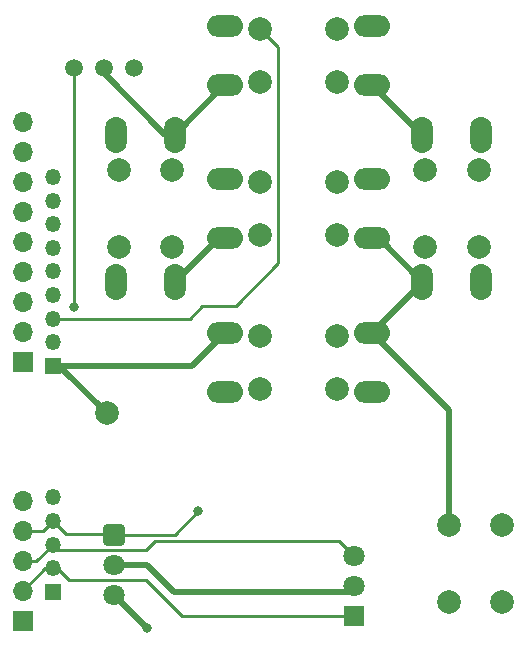
<source format=gbr>
%TF.GenerationSoftware,KiCad,Pcbnew,7.0.1*%
%TF.CreationDate,2023-03-27T01:20:51+09:00*%
%TF.ProjectId,monitor_osd_control,6d6f6e69-746f-4725-9f6f-73645f636f6e,5*%
%TF.SameCoordinates,PX7ab0ef8PY7236868*%
%TF.FileFunction,Copper,L2,Bot*%
%TF.FilePolarity,Positive*%
%FSLAX46Y46*%
G04 Gerber Fmt 4.6, Leading zero omitted, Abs format (unit mm)*
G04 Created by KiCad (PCBNEW 7.0.1) date 2023-03-27 01:20:51*
%MOMM*%
%LPD*%
G01*
G04 APERTURE LIST*
G04 Aperture macros list*
%AMRoundRect*
0 Rectangle with rounded corners*
0 $1 Rounding radius*
0 $2 $3 $4 $5 $6 $7 $8 $9 X,Y pos of 4 corners*
0 Add a 4 corners polygon primitive as box body*
4,1,4,$2,$3,$4,$5,$6,$7,$8,$9,$2,$3,0*
0 Add four circle primitives for the rounded corners*
1,1,$1+$1,$2,$3*
1,1,$1+$1,$4,$5*
1,1,$1+$1,$6,$7*
1,1,$1+$1,$8,$9*
0 Add four rect primitives between the rounded corners*
20,1,$1+$1,$2,$3,$4,$5,0*
20,1,$1+$1,$4,$5,$6,$7,0*
20,1,$1+$1,$6,$7,$8,$9,0*
20,1,$1+$1,$8,$9,$2,$3,0*%
G04 Aperture macros list end*
%TA.AperFunction,ComponentPad*%
%ADD10O,3.048000X1.850000*%
%TD*%
%TA.AperFunction,ComponentPad*%
%ADD11C,2.000000*%
%TD*%
%TA.AperFunction,ComponentPad*%
%ADD12O,1.850000X3.048000*%
%TD*%
%TA.AperFunction,ComponentPad*%
%ADD13RoundRect,0.250200X-0.649800X0.649800X-0.649800X-0.649800X0.649800X-0.649800X0.649800X0.649800X0*%
%TD*%
%TA.AperFunction,ComponentPad*%
%ADD14C,1.800000*%
%TD*%
%TA.AperFunction,ComponentPad*%
%ADD15R,1.800000X1.800000*%
%TD*%
%TA.AperFunction,ComponentPad*%
%ADD16C,1.500000*%
%TD*%
%TA.AperFunction,ComponentPad*%
%ADD17R,1.700000X1.700000*%
%TD*%
%TA.AperFunction,ComponentPad*%
%ADD18O,1.700000X1.700000*%
%TD*%
%TA.AperFunction,ComponentPad*%
%ADD19R,1.350000X1.350000*%
%TD*%
%TA.AperFunction,ComponentPad*%
%ADD20O,1.350000X1.350000*%
%TD*%
%TA.AperFunction,ViaPad*%
%ADD21C,0.800000*%
%TD*%
%TA.AperFunction,Conductor*%
%ADD22C,0.250000*%
%TD*%
%TA.AperFunction,Conductor*%
%ADD23C,0.500000*%
%TD*%
G04 APERTURE END LIST*
D10*
%TO.P,SW4,1,1*%
%TO.N,/DOWN*%
X31255000Y21493000D03*
D11*
X28256800Y21741400D03*
X21756800Y21741400D03*
D10*
X18755000Y21493000D03*
%TO.P,SW4,2,2*%
%TO.N,GND*%
X31255000Y26493000D03*
D11*
X28256800Y26241400D03*
X21756800Y26241400D03*
D10*
X18755000Y26493000D03*
%TD*%
%TO.P,SW2,1,1*%
%TO.N,/UP*%
X18765000Y52473000D03*
D11*
X21763200Y52224600D03*
X28263200Y52224600D03*
D10*
X31265000Y52473000D03*
%TO.P,SW2,2,2*%
%TO.N,GND*%
X18765000Y47473000D03*
D11*
X21763200Y47724600D03*
X28263200Y47724600D03*
D10*
X31265000Y47473000D03*
%TD*%
D12*
%TO.P,SW5,1,1*%
%TO.N,/VOL_P*%
X40505000Y43283000D03*
D11*
X40256600Y40284800D03*
X40256600Y33784800D03*
D12*
X40505000Y30783000D03*
%TO.P,SW5,2,2*%
%TO.N,GND*%
X35505000Y43283000D03*
D11*
X35756600Y40284800D03*
X35756600Y33784800D03*
D12*
X35505000Y30783000D03*
%TD*%
D10*
%TO.P,SW3,1,1*%
%TO.N,/MENU*%
X18765000Y39503000D03*
D11*
X21763200Y39254600D03*
X28263200Y39254600D03*
D10*
X31265000Y39503000D03*
%TO.P,SW3,2,2*%
%TO.N,GND*%
X18765000Y34503000D03*
D11*
X21763200Y34754600D03*
X28263200Y34754600D03*
D10*
X31265000Y34503000D03*
%TD*%
D12*
%TO.P,SW1,1,1*%
%TO.N,/VOL_M*%
X9525000Y30773000D03*
D11*
X9773400Y33771200D03*
X9773400Y40271200D03*
D12*
X9525000Y43273000D03*
%TO.P,SW1,2,2*%
%TO.N,GND*%
X14525000Y30773000D03*
D11*
X14273400Y33771200D03*
X14273400Y40271200D03*
D12*
X14525000Y43273000D03*
%TD*%
D13*
%TO.P,U1,1,OUT*%
%TO.N,/IRIN*%
X9398000Y9398000D03*
D14*
%TO.P,U1,2,GND*%
%TO.N,GND*%
X9398000Y6858000D03*
%TO.P,U1,3,Vs*%
%TO.N,Net-(C1-Pad1)*%
X9398000Y4318000D03*
%TD*%
D15*
%TO.P,D2,1,A1*%
%TO.N,/LED_R*%
X29718000Y2540000D03*
D14*
%TO.P,D2,2,K*%
%TO.N,GND*%
X29718000Y5080000D03*
%TO.P,D2,3,A2*%
%TO.N,/LED_G*%
X29718000Y7620000D03*
%TD*%
D11*
%TO.P,SW6,1,1*%
%TO.N,/POWER*%
X42275000Y10236200D03*
X42275000Y3736200D03*
%TO.P,SW6,2,2*%
%TO.N,GND*%
X37775000Y10236200D03*
X37775000Y3736200D03*
%TD*%
D16*
%TO.P,TP2,1,1*%
%TO.N,/SOURCE*%
X5969000Y48895000D03*
%TD*%
%TO.P,TP1,1,1*%
%TO.N,/POWER*%
X11049000Y48895000D03*
%TD*%
%TO.P,TP3,1,1*%
%TO.N,GND*%
X8509000Y48895000D03*
%TD*%
D11*
%TO.P,TP4,1,1*%
%TO.N,GND*%
X8763000Y19685000D03*
%TD*%
D17*
%TO.P,J4,1,Pin_1*%
%TO.N,+5V*%
X1651000Y2129000D03*
D18*
%TO.P,J4,2,Pin_2*%
%TO.N,/LED_R*%
X1651000Y4669000D03*
%TO.P,J4,3,Pin_3*%
%TO.N,/LED_G*%
X1651000Y7209000D03*
%TO.P,J4,4,Pin_4*%
%TO.N,/IRIN*%
X1651000Y9749000D03*
%TO.P,J4,5,Pin_5*%
%TO.N,GND*%
X1651000Y12289000D03*
%TD*%
D19*
%TO.P,J1,1,Pin_1*%
%TO.N,GND*%
X4191000Y23698200D03*
D20*
%TO.P,J1,2,Pin_2*%
%TO.N,/SOURCE*%
X4191000Y25698200D03*
%TO.P,J1,3,Pin_3*%
%TO.N,/UP*%
X4191000Y27698200D03*
%TO.P,J1,4,Pin_4*%
%TO.N,/DOWN*%
X4191000Y29698200D03*
%TO.P,J1,5,Pin_5*%
%TO.N,/VOL_P*%
X4191000Y31698200D03*
%TO.P,J1,6,Pin_6*%
%TO.N,/VOL_M*%
X4191000Y33698200D03*
%TO.P,J1,7,Pin_7*%
%TO.N,/MENU*%
X4191000Y35698200D03*
%TO.P,J1,8,Pin_8*%
%TO.N,/POWER*%
X4191000Y37698200D03*
%TO.P,J1,9,Pin_9*%
%TO.N,GND*%
X4191000Y39698200D03*
%TD*%
D17*
%TO.P,J2,1,Pin_1*%
%TO.N,GND*%
X1651000Y24003000D03*
D18*
%TO.P,J2,2,Pin_2*%
%TO.N,/SOURCE*%
X1651000Y26543000D03*
%TO.P,J2,3,Pin_3*%
%TO.N,/UP*%
X1651000Y29083000D03*
%TO.P,J2,4,Pin_4*%
%TO.N,/DOWN*%
X1651000Y31623000D03*
%TO.P,J2,5,Pin_5*%
%TO.N,/VOL_P*%
X1651000Y34163000D03*
%TO.P,J2,6,Pin_6*%
%TO.N,/VOL_M*%
X1651000Y36703000D03*
%TO.P,J2,7,Pin_7*%
%TO.N,/MENU*%
X1651000Y39243000D03*
%TO.P,J2,8,Pin_8*%
%TO.N,/POWER*%
X1651000Y41783000D03*
%TO.P,J2,9,Pin_9*%
%TO.N,GND*%
X1651000Y44323000D03*
%TD*%
D19*
%TO.P,J3,1,Pin_1*%
%TO.N,+5V*%
X4191000Y4572000D03*
D20*
%TO.P,J3,2,Pin_2*%
%TO.N,/LED_R*%
X4191000Y6572000D03*
%TO.P,J3,3,Pin_3*%
%TO.N,/LED_G*%
X4191000Y8572000D03*
%TO.P,J3,4,Pin_4*%
%TO.N,/IRIN*%
X4191000Y10572000D03*
%TO.P,J3,5,Pin_5*%
%TO.N,GND*%
X4191000Y12572000D03*
%TD*%
D21*
%TO.N,/SOURCE*%
X5969000Y28676600D03*
%TO.N,/IRIN*%
X16510000Y11388688D03*
%TO.N,Net-(C1-Pad1)*%
X12192000Y1524000D03*
%TD*%
D22*
%TO.N,/UP*%
X19685000Y28752800D02*
X23317200Y32385000D01*
X16865600Y28752800D02*
X19685000Y28752800D01*
X15811000Y27698200D02*
X16865600Y28752800D01*
X23317200Y32385000D02*
X23317200Y50670600D01*
X23317200Y50670600D02*
X21763200Y52224600D01*
X4191000Y27698200D02*
X15811000Y27698200D01*
%TO.N,/SOURCE*%
X5969000Y28676600D02*
X5969000Y48895000D01*
D23*
%TO.N,GND*%
X31255000Y26493000D02*
X35505000Y30743000D01*
X29210000Y4572000D02*
X29718000Y5080000D01*
X8509000Y48895000D02*
X8509000Y48463200D01*
X35455000Y43283000D02*
X35505000Y43283000D01*
X35505000Y30743000D02*
X35505000Y30783000D01*
X9398000Y6858000D02*
X12192000Y6858000D01*
X13699200Y43273000D02*
X14525000Y43273000D01*
X35505000Y30783000D02*
X31785000Y34503000D01*
X4749800Y23698200D02*
X4191000Y23698200D01*
X12192000Y6858000D02*
X14478000Y4572000D01*
X4191000Y23698200D02*
X15960200Y23698200D01*
X14525000Y30773000D02*
X18259800Y34507800D01*
X14478000Y4572000D02*
X29210000Y4572000D01*
X14525000Y43273000D02*
X18725000Y47473000D01*
X31785000Y34503000D02*
X31265000Y34503000D01*
X15960200Y23698200D02*
X18755000Y26493000D01*
X18259800Y34507800D02*
X18779000Y34507800D01*
X37775000Y10236200D02*
X37775000Y19973000D01*
X31265000Y47473000D02*
X35455000Y43283000D01*
X18725000Y47473000D02*
X18765000Y47473000D01*
X8509000Y48463200D02*
X13699200Y43273000D01*
X37775000Y19973000D02*
X31255000Y26493000D01*
X8763000Y19685000D02*
X4749800Y23698200D01*
D22*
%TO.N,/LED_R*%
X4604000Y6572000D02*
X5588000Y5588000D01*
X12065000Y5588000D02*
X15113000Y2540000D01*
X1651000Y4669000D02*
X3554000Y6572000D01*
X15113000Y2540000D02*
X29718000Y2540000D01*
X5588000Y5588000D02*
X12065000Y5588000D01*
X3554000Y6572000D02*
X4191000Y6572000D01*
X4191000Y6572000D02*
X4604000Y6572000D01*
%TO.N,/LED_G*%
X1651000Y7209000D02*
X2828000Y7209000D01*
X4191000Y8572000D02*
X4635000Y8128000D01*
X12827000Y8890000D02*
X28448000Y8890000D01*
X2828000Y7209000D02*
X4191000Y8572000D01*
X12065000Y8128000D02*
X12827000Y8890000D01*
X4635000Y8128000D02*
X12065000Y8128000D01*
X28448000Y8890000D02*
X29718000Y7620000D01*
%TO.N,/IRIN*%
X14519312Y9398000D02*
X9398000Y9398000D01*
X4191000Y10572000D02*
X5334000Y9429000D01*
X5334000Y9429000D02*
X9367000Y9429000D01*
X1651000Y9749000D02*
X3368000Y9749000D01*
X3368000Y9749000D02*
X4191000Y10572000D01*
X16510000Y11388688D02*
X14519312Y9398000D01*
D23*
%TO.N,Net-(C1-Pad1)*%
X12192000Y1524000D02*
X9398000Y4318000D01*
%TD*%
M02*

</source>
